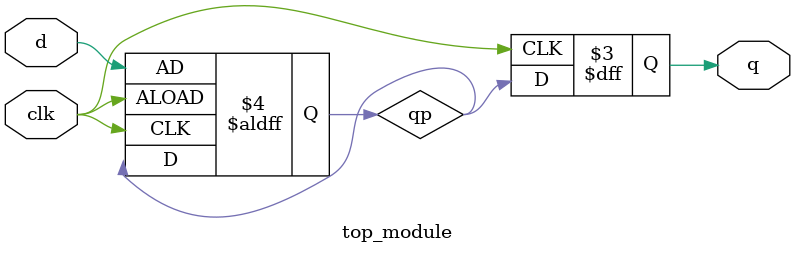
<source format=sv>
module top_module(
  input clk,
  input d,
  output reg q);
  
  reg qp, qn;

  always @(posedge clk or negedge clk) begin
    if (clk) begin  // positive edge
        qp <= d;
    end else begin  // negative edge
        qn <= d;
    end
  end
  
  always @(posedge clk) begin
    if (clk) begin  // positive edge
        q <= qp;
    end else begin  // negative edge
        q <= qn;
    end
  end

endmodule

</source>
